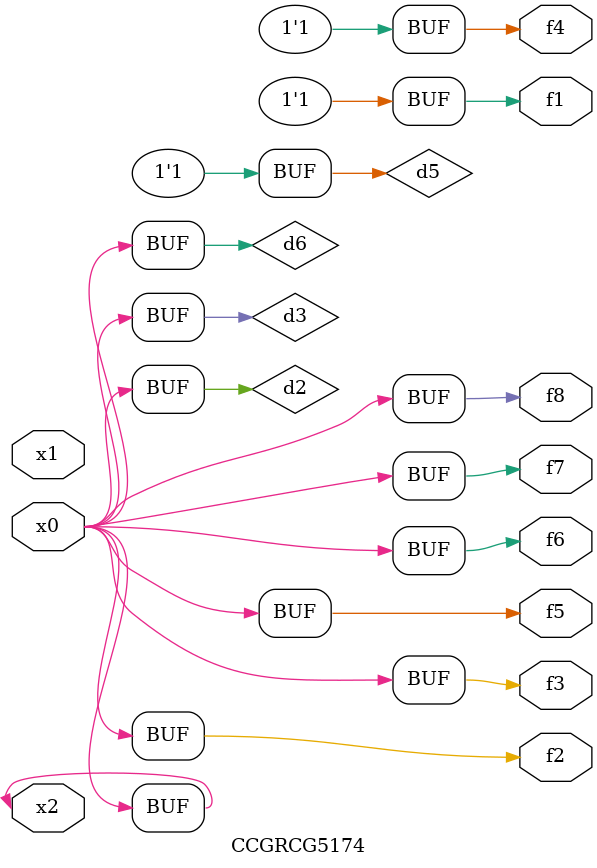
<source format=v>
module CCGRCG5174(
	input x0, x1, x2,
	output f1, f2, f3, f4, f5, f6, f7, f8
);

	wire d1, d2, d3, d4, d5, d6;

	xnor (d1, x2);
	buf (d2, x0, x2);
	and (d3, x0);
	xnor (d4, x1, x2);
	nand (d5, d1, d3);
	buf (d6, d2, d3);
	assign f1 = d5;
	assign f2 = d6;
	assign f3 = d6;
	assign f4 = d5;
	assign f5 = d6;
	assign f6 = d6;
	assign f7 = d6;
	assign f8 = d6;
endmodule

</source>
